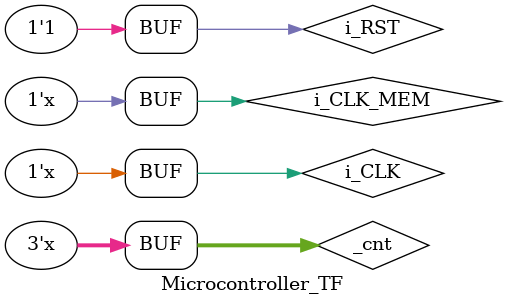
<source format=v>
`timescale 1ns / 1ps


module Microcontroller_TF;

	// Inputs
	reg i_CLK;
	reg i_CLK_MEM;
	reg i_RST;

	// Outputs
	wire [7:0] o_PC;
	wire [15:0] o_INSTR;
	wire o_Z;
	wire o_S;
	wire o_C;
	wire o_OF;
	wire o_ShowR1;

	// Instantiate the Unit Under Test (UUT)
	Microcontroller micro (
		.i_CLK(i_CLK), 
		.i_CLK_MEM(i_CLK_MEM), 
		.i_RST(i_RST), 
		.o_PC(o_PC), 
		.o_INSTR(o_INSTR), 
		.o_Z(o_Z), 
		.o_S(o_S), 
		.o_C(o_C), 
		.o_OF(o_OF), 
		.o_ShowR1(o_ShowR1)
	);
	
	reg [2:0] _cnt;

	initial begin
		// Initialize Inputs
		i_CLK = 0;
		i_CLK_MEM = 0;
		i_RST = 0;
		
		_cnt = 0;

		// Wait 100 ns for global reset to finish
		#20;
		
		i_RST = 1;
        
		// Add stimulus here

	end
	
	always
	begin
	
		#1;
		i_CLK_MEM = ~i_CLK_MEM;
		_cnt = _cnt + 1;
		
		if (_cnt == 3'b111)
			i_CLK = ~i_CLK;
			
	end
      
endmodule


</source>
